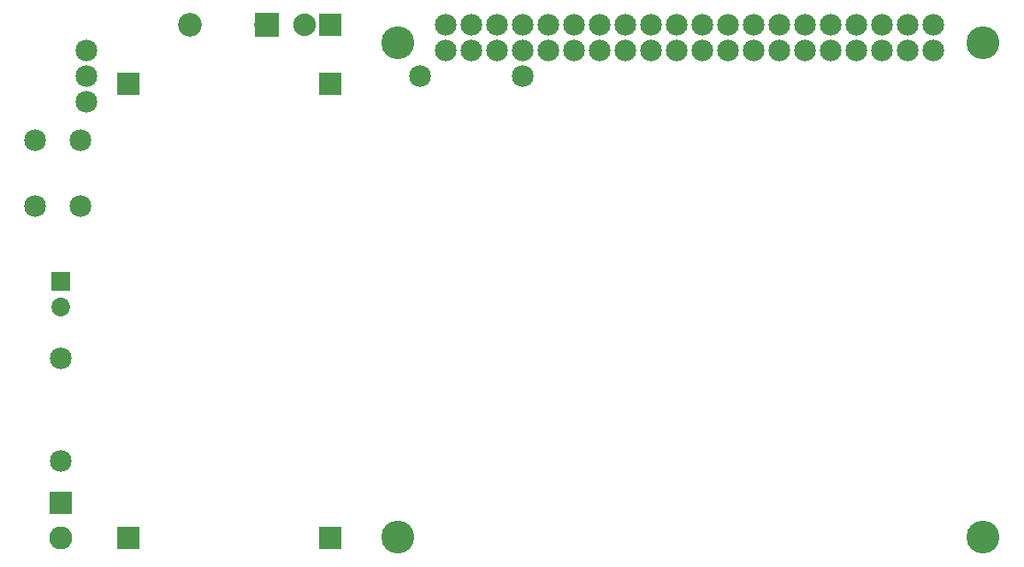
<source format=gbs>
G04 MADE WITH FRITZING*
G04 WWW.FRITZING.ORG*
G04 DOUBLE SIDED*
G04 HOLES PLATED*
G04 CONTOUR ON CENTER OF CONTOUR VECTOR*
%ASAXBY*%
%FSLAX23Y23*%
%MOIN*%
%OFA0B0*%
%SFA1.0B1.0*%
%ADD10C,0.084667*%
%ADD11C,0.084695*%
%ADD12C,0.085000*%
%ADD13C,0.072992*%
%ADD14C,0.092000*%
%ADD15C,0.088000*%
%ADD16C,0.090000*%
%ADD17C,0.128110*%
%ADD18R,0.072992X0.072992*%
%ADD19R,0.092000X0.092000*%
%ADD20R,0.088000X0.088000*%
%ADD21R,0.090000X0.090000*%
%LNMASK0*%
G90*
G70*
G54D10*
X1691Y2085D03*
X1791Y2085D03*
X1891Y2085D03*
X1991Y2085D03*
G54D11*
X2091Y2085D03*
G54D10*
X2191Y2085D03*
X2291Y2085D03*
X2391Y2085D03*
X2491Y2085D03*
G54D11*
X2591Y2085D03*
G54D10*
X2691Y2085D03*
G54D11*
X2791Y2085D03*
G54D10*
X2891Y2085D03*
X2991Y2085D03*
X3091Y2085D03*
X3191Y2085D03*
G54D11*
X3291Y2085D03*
G54D10*
X3391Y2085D03*
X3491Y2085D03*
X3591Y2085D03*
X3591Y2185D03*
X3491Y2185D03*
X3391Y2185D03*
G54D11*
X3291Y2185D03*
G54D10*
X3191Y2185D03*
X3091Y2185D03*
X2991Y2185D03*
X2891Y2185D03*
G54D11*
X2791Y2185D03*
G54D10*
X2691Y2185D03*
G54D11*
X2591Y2185D03*
G54D10*
X2491Y2185D03*
X2391Y2185D03*
X2291Y2185D03*
X2191Y2185D03*
G54D11*
X2091Y2185D03*
G54D10*
X1991Y2185D03*
X1891Y2185D03*
X1791Y2185D03*
X1691Y2185D03*
G54D12*
X291Y2085D03*
X291Y1985D03*
X291Y1885D03*
X1991Y1985D03*
X1591Y1985D03*
X91Y1479D03*
X91Y1735D03*
X268Y1479D03*
X268Y1735D03*
G54D13*
X191Y1185D03*
X191Y1086D03*
G54D12*
X191Y885D03*
X191Y485D03*
G54D14*
X991Y2185D03*
X693Y2185D03*
G54D15*
X1241Y2185D03*
X1141Y2185D03*
G54D16*
X191Y323D03*
X191Y185D03*
G54D15*
X453Y185D03*
X1241Y185D03*
X453Y1957D03*
X1241Y1957D03*
G54D17*
X1502Y2116D03*
X1502Y189D03*
X3785Y2116D03*
X3783Y189D03*
G54D18*
X191Y1185D03*
G54D19*
X992Y2185D03*
G54D20*
X1241Y2185D03*
G54D21*
X191Y323D03*
X1241Y186D03*
G54D20*
X454Y186D03*
X454Y1957D03*
X1241Y1957D03*
G04 End of Mask0*
M02*
</source>
